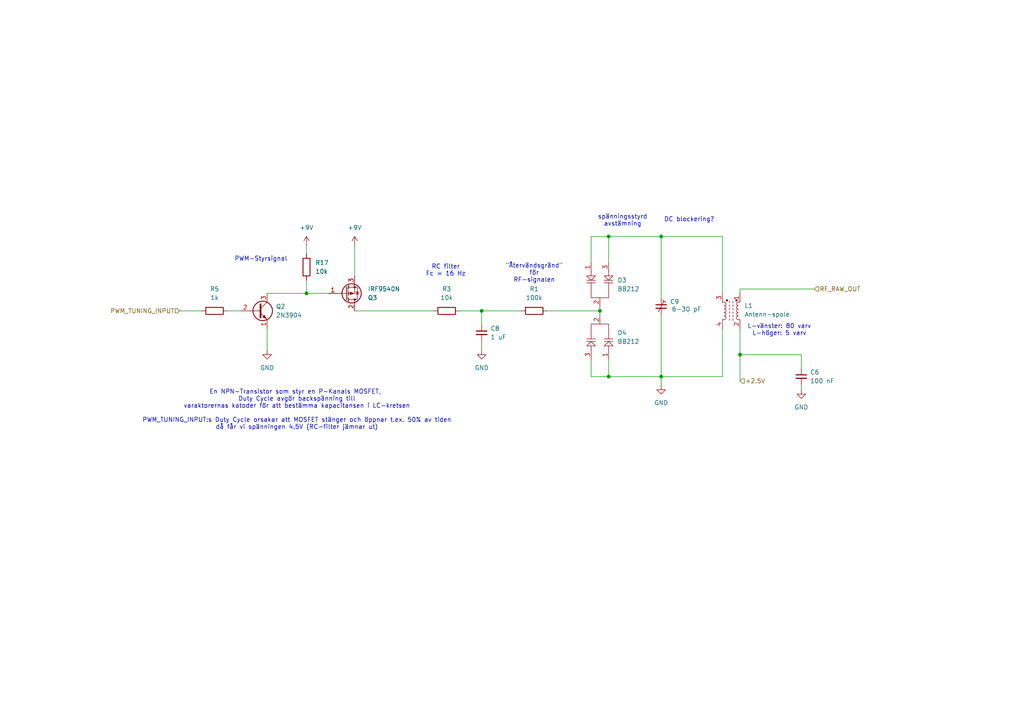
<source format=kicad_sch>
(kicad_sch
	(version 20250114)
	(generator "eeschema")
	(generator_version "9.0")
	(uuid "c4208768-b79a-4eb4-a6aa-d75642694ea1")
	(paper "A4")
	(title_block
		(title "LC Tank Circuit w/ 9V PWM tuning")
	)
	(lib_symbols
		(symbol "Device:C_Small"
			(pin_numbers
				(hide yes)
			)
			(pin_names
				(offset 0.254)
				(hide yes)
			)
			(exclude_from_sim no)
			(in_bom yes)
			(on_board yes)
			(property "Reference" "C"
				(at 0.254 1.778 0)
				(effects
					(font
						(size 1.27 1.27)
					)
					(justify left)
				)
			)
			(property "Value" "C_Small"
				(at 0.254 -2.032 0)
				(effects
					(font
						(size 1.27 1.27)
					)
					(justify left)
				)
			)
			(property "Footprint" ""
				(at 0 0 0)
				(effects
					(font
						(size 1.27 1.27)
					)
					(hide yes)
				)
			)
			(property "Datasheet" "~"
				(at 0 0 0)
				(effects
					(font
						(size 1.27 1.27)
					)
					(hide yes)
				)
			)
			(property "Description" "Unpolarized capacitor, small symbol"
				(at 0 0 0)
				(effects
					(font
						(size 1.27 1.27)
					)
					(hide yes)
				)
			)
			(property "ki_keywords" "capacitor cap"
				(at 0 0 0)
				(effects
					(font
						(size 1.27 1.27)
					)
					(hide yes)
				)
			)
			(property "ki_fp_filters" "C_*"
				(at 0 0 0)
				(effects
					(font
						(size 1.27 1.27)
					)
					(hide yes)
				)
			)
			(symbol "C_Small_0_1"
				(polyline
					(pts
						(xy -1.524 0.508) (xy 1.524 0.508)
					)
					(stroke
						(width 0.3048)
						(type default)
					)
					(fill
						(type none)
					)
				)
				(polyline
					(pts
						(xy -1.524 -0.508) (xy 1.524 -0.508)
					)
					(stroke
						(width 0.3302)
						(type default)
					)
					(fill
						(type none)
					)
				)
			)
			(symbol "C_Small_1_1"
				(pin passive line
					(at 0 2.54 270)
					(length 2.032)
					(name "~"
						(effects
							(font
								(size 1.27 1.27)
							)
						)
					)
					(number "1"
						(effects
							(font
								(size 1.27 1.27)
							)
						)
					)
				)
				(pin passive line
					(at 0 -2.54 90)
					(length 2.032)
					(name "~"
						(effects
							(font
								(size 1.27 1.27)
							)
						)
					)
					(number "2"
						(effects
							(font
								(size 1.27 1.27)
							)
						)
					)
				)
			)
			(embedded_fonts no)
		)
		(symbol "Device:C_Trim_Small"
			(pin_numbers
				(hide yes)
			)
			(pin_names
				(offset 0.254)
				(hide yes)
			)
			(exclude_from_sim no)
			(in_bom yes)
			(on_board yes)
			(property "Reference" "C"
				(at 1.524 -2.032 0)
				(effects
					(font
						(size 1.27 1.27)
					)
				)
			)
			(property "Value" "C_Trim_Small"
				(at 3.048 -3.556 0)
				(effects
					(font
						(size 1.27 1.27)
					)
				)
			)
			(property "Footprint" ""
				(at 0 0 0)
				(effects
					(font
						(size 1.27 1.27)
					)
					(hide yes)
				)
			)
			(property "Datasheet" "~"
				(at 0 0 0)
				(effects
					(font
						(size 1.27 1.27)
					)
					(hide yes)
				)
			)
			(property "Description" "Trimmable capacitor, small symbol"
				(at 0 0 0)
				(effects
					(font
						(size 1.27 1.27)
					)
					(hide yes)
				)
			)
			(property "ki_keywords" "trimmer variable capacitor"
				(at 0 0 0)
				(effects
					(font
						(size 1.27 1.27)
					)
					(hide yes)
				)
			)
			(property "ki_fp_filters" "C_*"
				(at 0 0 0)
				(effects
					(font
						(size 1.27 1.27)
					)
					(hide yes)
				)
			)
			(symbol "C_Trim_Small_0_1"
				(polyline
					(pts
						(xy -1.524 0.508) (xy 1.524 0.508)
					)
					(stroke
						(width 0.3048)
						(type default)
					)
					(fill
						(type none)
					)
				)
				(polyline
					(pts
						(xy -1.524 -0.508) (xy 1.524 -0.508)
					)
					(stroke
						(width 0.3048)
						(type default)
					)
					(fill
						(type none)
					)
				)
				(polyline
					(pts
						(xy 0.762 1.524) (xy -0.762 -1.524)
					)
					(stroke
						(width 0.1778)
						(type default)
					)
					(fill
						(type none)
					)
				)
				(polyline
					(pts
						(xy 1.27 1.27) (xy 0.381 1.778)
					)
					(stroke
						(width 0.1778)
						(type default)
					)
					(fill
						(type none)
					)
				)
			)
			(symbol "C_Trim_Small_1_1"
				(pin passive line
					(at 0 2.54 270)
					(length 2.032)
					(name "~"
						(effects
							(font
								(size 1.27 1.27)
							)
						)
					)
					(number "1"
						(effects
							(font
								(size 1.27 1.27)
							)
						)
					)
				)
				(pin passive line
					(at 0 -2.54 90)
					(length 2.032)
					(name "~"
						(effects
							(font
								(size 1.27 1.27)
							)
						)
					)
					(number "2"
						(effects
							(font
								(size 1.27 1.27)
							)
						)
					)
				)
			)
			(embedded_fonts no)
		)
		(symbol "Device:L_Ferrite_Coupled"
			(pin_names
				(offset 0.254)
				(hide yes)
			)
			(exclude_from_sim no)
			(in_bom yes)
			(on_board yes)
			(property "Reference" "L"
				(at 0 4.445 0)
				(effects
					(font
						(size 1.27 1.27)
					)
				)
			)
			(property "Value" "L_Ferrite_Coupled"
				(at 0 -4.445 0)
				(effects
					(font
						(size 1.27 1.27)
					)
				)
			)
			(property "Footprint" ""
				(at 0 0 0)
				(effects
					(font
						(size 1.27 1.27)
					)
					(hide yes)
				)
			)
			(property "Datasheet" "~"
				(at 0 0 0)
				(effects
					(font
						(size 1.27 1.27)
					)
					(hide yes)
				)
			)
			(property "Description" "Coupled inductor with ferrite core"
				(at 0 0 0)
				(effects
					(font
						(size 1.27 1.27)
					)
					(hide yes)
				)
			)
			(property "ki_keywords" "inductor choke coil reactor magnetic coupled"
				(at 0 0 0)
				(effects
					(font
						(size 1.27 1.27)
					)
					(hide yes)
				)
			)
			(property "ki_fp_filters" "Choke_* *Coil* Inductor_* L_*"
				(at 0 0 0)
				(effects
					(font
						(size 1.27 1.27)
					)
					(hide yes)
				)
			)
			(symbol "L_Ferrite_Coupled_0_1"
				(circle
					(center -3.048 1.524)
					(radius 0.254)
					(stroke
						(width 0)
						(type default)
					)
					(fill
						(type outline)
					)
				)
				(circle
					(center -3.048 -1.27)
					(radius 0.254)
					(stroke
						(width 0)
						(type default)
					)
					(fill
						(type outline)
					)
				)
				(polyline
					(pts
						(xy -2.794 0.508) (xy -2.286 0.508)
					)
					(stroke
						(width 0)
						(type default)
					)
					(fill
						(type none)
					)
				)
				(polyline
					(pts
						(xy -2.794 -0.508) (xy -2.286 -0.508)
					)
					(stroke
						(width 0)
						(type default)
					)
					(fill
						(type none)
					)
				)
				(polyline
					(pts
						(xy -2.54 2.032) (xy -2.54 2.54)
					)
					(stroke
						(width 0)
						(type default)
					)
					(fill
						(type none)
					)
				)
				(polyline
					(pts
						(xy -2.54 -2.032) (xy -2.54 -2.54)
					)
					(stroke
						(width 0)
						(type default)
					)
					(fill
						(type none)
					)
				)
				(arc
					(start -1.524 2.032)
					(mid -2.032 1.5262)
					(end -2.54 2.032)
					(stroke
						(width 0)
						(type default)
					)
					(fill
						(type none)
					)
				)
				(arc
					(start -2.54 -2.032)
					(mid -2.032 -1.5262)
					(end -1.524 -2.032)
					(stroke
						(width 0)
						(type default)
					)
					(fill
						(type none)
					)
				)
				(polyline
					(pts
						(xy -1.778 0.508) (xy -1.27 0.508)
					)
					(stroke
						(width 0)
						(type default)
					)
					(fill
						(type none)
					)
				)
				(polyline
					(pts
						(xy -1.778 -0.508) (xy -1.27 -0.508)
					)
					(stroke
						(width 0)
						(type default)
					)
					(fill
						(type none)
					)
				)
				(arc
					(start -0.508 2.032)
					(mid -1.016 1.5262)
					(end -1.524 2.032)
					(stroke
						(width 0)
						(type default)
					)
					(fill
						(type none)
					)
				)
				(arc
					(start -1.524 -2.032)
					(mid -1.016 -1.5262)
					(end -0.508 -2.032)
					(stroke
						(width 0)
						(type default)
					)
					(fill
						(type none)
					)
				)
				(polyline
					(pts
						(xy -0.762 0.508) (xy -0.254 0.508)
					)
					(stroke
						(width 0)
						(type default)
					)
					(fill
						(type none)
					)
				)
				(polyline
					(pts
						(xy -0.762 -0.508) (xy -0.254 -0.508)
					)
					(stroke
						(width 0)
						(type default)
					)
					(fill
						(type none)
					)
				)
				(arc
					(start 0.508 2.032)
					(mid 0 1.5262)
					(end -0.508 2.032)
					(stroke
						(width 0)
						(type default)
					)
					(fill
						(type none)
					)
				)
				(arc
					(start -0.508 -2.032)
					(mid 0 -1.5262)
					(end 0.508 -2.032)
					(stroke
						(width 0)
						(type default)
					)
					(fill
						(type none)
					)
				)
				(polyline
					(pts
						(xy 0.254 0.508) (xy 0.762 0.508)
					)
					(stroke
						(width 0)
						(type default)
					)
					(fill
						(type none)
					)
				)
				(polyline
					(pts
						(xy 0.254 -0.508) (xy 0.762 -0.508)
					)
					(stroke
						(width 0)
						(type default)
					)
					(fill
						(type none)
					)
				)
				(arc
					(start 1.524 2.032)
					(mid 1.016 1.5262)
					(end 0.508 2.032)
					(stroke
						(width 0)
						(type default)
					)
					(fill
						(type none)
					)
				)
				(arc
					(start 0.508 -2.032)
					(mid 1.016 -1.5262)
					(end 1.524 -2.032)
					(stroke
						(width 0)
						(type default)
					)
					(fill
						(type none)
					)
				)
				(polyline
					(pts
						(xy 1.27 0.508) (xy 1.778 0.508)
					)
					(stroke
						(width 0)
						(type default)
					)
					(fill
						(type none)
					)
				)
				(polyline
					(pts
						(xy 1.27 -0.508) (xy 1.778 -0.508)
					)
					(stroke
						(width 0)
						(type default)
					)
					(fill
						(type none)
					)
				)
				(arc
					(start 2.54 2.032)
					(mid 2.032 1.5262)
					(end 1.524 2.032)
					(stroke
						(width 0)
						(type default)
					)
					(fill
						(type none)
					)
				)
				(arc
					(start 1.524 -2.032)
					(mid 2.032 -1.5262)
					(end 2.54 -2.032)
					(stroke
						(width 0)
						(type default)
					)
					(fill
						(type none)
					)
				)
				(polyline
					(pts
						(xy 2.286 0.508) (xy 2.794 0.508)
					)
					(stroke
						(width 0)
						(type default)
					)
					(fill
						(type none)
					)
				)
				(polyline
					(pts
						(xy 2.286 -0.508) (xy 2.794 -0.508)
					)
					(stroke
						(width 0)
						(type default)
					)
					(fill
						(type none)
					)
				)
				(polyline
					(pts
						(xy 2.54 2.54) (xy 2.54 2.032)
					)
					(stroke
						(width 0)
						(type default)
					)
					(fill
						(type none)
					)
				)
				(polyline
					(pts
						(xy 2.54 -2.032) (xy 2.54 -2.54)
					)
					(stroke
						(width 0)
						(type default)
					)
					(fill
						(type none)
					)
				)
			)
			(symbol "L_Ferrite_Coupled_1_1"
				(pin passive line
					(at -5.08 2.54 0)
					(length 2.54)
					(name "1"
						(effects
							(font
								(size 1.27 1.27)
							)
						)
					)
					(number "1"
						(effects
							(font
								(size 1.27 1.27)
							)
						)
					)
				)
				(pin passive line
					(at -5.08 -2.54 0)
					(length 2.54)
					(name "3"
						(effects
							(font
								(size 1.27 1.27)
							)
						)
					)
					(number "3"
						(effects
							(font
								(size 1.27 1.27)
							)
						)
					)
				)
				(pin passive line
					(at 5.08 2.54 180)
					(length 2.54)
					(name "2"
						(effects
							(font
								(size 1.27 1.27)
							)
						)
					)
					(number "2"
						(effects
							(font
								(size 1.27 1.27)
							)
						)
					)
				)
				(pin passive line
					(at 5.08 -2.54 180)
					(length 2.54)
					(name "4"
						(effects
							(font
								(size 1.27 1.27)
							)
						)
					)
					(number "4"
						(effects
							(font
								(size 1.27 1.27)
							)
						)
					)
				)
			)
			(embedded_fonts no)
		)
		(symbol "Device:R"
			(pin_numbers
				(hide yes)
			)
			(pin_names
				(offset 0)
			)
			(exclude_from_sim no)
			(in_bom yes)
			(on_board yes)
			(property "Reference" "R"
				(at 2.032 0 90)
				(effects
					(font
						(size 1.27 1.27)
					)
				)
			)
			(property "Value" "R"
				(at 0 0 90)
				(effects
					(font
						(size 1.27 1.27)
					)
				)
			)
			(property "Footprint" ""
				(at -1.778 0 90)
				(effects
					(font
						(size 1.27 1.27)
					)
					(hide yes)
				)
			)
			(property "Datasheet" "~"
				(at 0 0 0)
				(effects
					(font
						(size 1.27 1.27)
					)
					(hide yes)
				)
			)
			(property "Description" "Resistor"
				(at 0 0 0)
				(effects
					(font
						(size 1.27 1.27)
					)
					(hide yes)
				)
			)
			(property "ki_keywords" "R res resistor"
				(at 0 0 0)
				(effects
					(font
						(size 1.27 1.27)
					)
					(hide yes)
				)
			)
			(property "ki_fp_filters" "R_*"
				(at 0 0 0)
				(effects
					(font
						(size 1.27 1.27)
					)
					(hide yes)
				)
			)
			(symbol "R_0_1"
				(rectangle
					(start -1.016 -2.54)
					(end 1.016 2.54)
					(stroke
						(width 0.254)
						(type default)
					)
					(fill
						(type none)
					)
				)
			)
			(symbol "R_1_1"
				(pin passive line
					(at 0 3.81 270)
					(length 1.27)
					(name "~"
						(effects
							(font
								(size 1.27 1.27)
							)
						)
					)
					(number "1"
						(effects
							(font
								(size 1.27 1.27)
							)
						)
					)
				)
				(pin passive line
					(at 0 -3.81 90)
					(length 1.27)
					(name "~"
						(effects
							(font
								(size 1.27 1.27)
							)
						)
					)
					(number "2"
						(effects
							(font
								(size 1.27 1.27)
							)
						)
					)
				)
			)
			(embedded_fonts no)
		)
		(symbol "Transistor_BJT:Q_NPN_EBC"
			(pin_names
				(offset 0)
				(hide yes)
			)
			(exclude_from_sim no)
			(in_bom yes)
			(on_board yes)
			(property "Reference" "Q"
				(at 5.08 1.27 0)
				(effects
					(font
						(size 1.27 1.27)
					)
					(justify left)
				)
			)
			(property "Value" "Q_NPN_EBC"
				(at 5.08 -1.27 0)
				(effects
					(font
						(size 1.27 1.27)
					)
					(justify left)
				)
			)
			(property "Footprint" ""
				(at 5.08 2.54 0)
				(effects
					(font
						(size 1.27 1.27)
					)
					(hide yes)
				)
			)
			(property "Datasheet" "~"
				(at 0 0 0)
				(effects
					(font
						(size 1.27 1.27)
					)
					(hide yes)
				)
			)
			(property "Description" "NPN transistor, emitter/base/collector"
				(at 0 0 0)
				(effects
					(font
						(size 1.27 1.27)
					)
					(hide yes)
				)
			)
			(property "ki_keywords" "BJT"
				(at 0 0 0)
				(effects
					(font
						(size 1.27 1.27)
					)
					(hide yes)
				)
			)
			(symbol "Q_NPN_EBC_0_1"
				(polyline
					(pts
						(xy -2.54 0) (xy 0.635 0)
					)
					(stroke
						(width 0)
						(type default)
					)
					(fill
						(type none)
					)
				)
				(polyline
					(pts
						(xy 0.635 1.905) (xy 0.635 -1.905)
					)
					(stroke
						(width 0.508)
						(type default)
					)
					(fill
						(type none)
					)
				)
				(circle
					(center 1.27 0)
					(radius 2.8194)
					(stroke
						(width 0.254)
						(type default)
					)
					(fill
						(type none)
					)
				)
			)
			(symbol "Q_NPN_EBC_1_1"
				(polyline
					(pts
						(xy 0.635 0.635) (xy 2.54 2.54)
					)
					(stroke
						(width 0)
						(type default)
					)
					(fill
						(type none)
					)
				)
				(polyline
					(pts
						(xy 0.635 -0.635) (xy 2.54 -2.54)
					)
					(stroke
						(width 0)
						(type default)
					)
					(fill
						(type none)
					)
				)
				(polyline
					(pts
						(xy 1.27 -1.778) (xy 1.778 -1.27) (xy 2.286 -2.286) (xy 1.27 -1.778)
					)
					(stroke
						(width 0)
						(type default)
					)
					(fill
						(type outline)
					)
				)
				(pin input line
					(at -5.08 0 0)
					(length 2.54)
					(name "B"
						(effects
							(font
								(size 1.27 1.27)
							)
						)
					)
					(number "2"
						(effects
							(font
								(size 1.27 1.27)
							)
						)
					)
				)
				(pin passive line
					(at 2.54 5.08 270)
					(length 2.54)
					(name "C"
						(effects
							(font
								(size 1.27 1.27)
							)
						)
					)
					(number "3"
						(effects
							(font
								(size 1.27 1.27)
							)
						)
					)
				)
				(pin passive line
					(at 2.54 -5.08 90)
					(length 2.54)
					(name "E"
						(effects
							(font
								(size 1.27 1.27)
							)
						)
					)
					(number "1"
						(effects
							(font
								(size 1.27 1.27)
							)
						)
					)
				)
			)
			(embedded_fonts no)
		)
		(symbol "Transistor_FET:IRF9540N"
			(pin_names
				(hide yes)
			)
			(exclude_from_sim no)
			(in_bom yes)
			(on_board yes)
			(property "Reference" "Q"
				(at 5.08 1.905 0)
				(effects
					(font
						(size 1.27 1.27)
					)
					(justify left)
				)
			)
			(property "Value" "IRF9540N"
				(at 5.08 0 0)
				(effects
					(font
						(size 1.27 1.27)
					)
					(justify left)
				)
			)
			(property "Footprint" "Package_TO_SOT_THT:TO-220-3_Vertical"
				(at 5.08 -1.905 0)
				(effects
					(font
						(size 1.27 1.27)
						(italic yes)
					)
					(justify left)
					(hide yes)
				)
			)
			(property "Datasheet" "http://www.irf.com/product-info/datasheets/data/irf9540n.pdf"
				(at 5.08 -3.81 0)
				(effects
					(font
						(size 1.27 1.27)
					)
					(justify left)
					(hide yes)
				)
			)
			(property "Description" "-23A Id, -100V Vds, 117mOhm Rds, P-Channel HEXFET Power MOSFET, TO-220"
				(at 0 0 0)
				(effects
					(font
						(size 1.27 1.27)
					)
					(hide yes)
				)
			)
			(property "ki_keywords" "P-Channel MOSFET HEXFET"
				(at 0 0 0)
				(effects
					(font
						(size 1.27 1.27)
					)
					(hide yes)
				)
			)
			(property "ki_fp_filters" "TO?220*"
				(at 0 0 0)
				(effects
					(font
						(size 1.27 1.27)
					)
					(hide yes)
				)
			)
			(symbol "IRF9540N_0_1"
				(polyline
					(pts
						(xy 0.254 1.905) (xy 0.254 -1.905)
					)
					(stroke
						(width 0.254)
						(type default)
					)
					(fill
						(type none)
					)
				)
				(polyline
					(pts
						(xy 0.254 0) (xy -2.54 0)
					)
					(stroke
						(width 0)
						(type default)
					)
					(fill
						(type none)
					)
				)
				(polyline
					(pts
						(xy 0.762 2.286) (xy 0.762 1.27)
					)
					(stroke
						(width 0.254)
						(type default)
					)
					(fill
						(type none)
					)
				)
				(polyline
					(pts
						(xy 0.762 1.778) (xy 3.302 1.778) (xy 3.302 -1.778) (xy 0.762 -1.778)
					)
					(stroke
						(width 0)
						(type default)
					)
					(fill
						(type none)
					)
				)
				(polyline
					(pts
						(xy 0.762 0.508) (xy 0.762 -0.508)
					)
					(stroke
						(width 0.254)
						(type default)
					)
					(fill
						(type none)
					)
				)
				(polyline
					(pts
						(xy 0.762 -1.27) (xy 0.762 -2.286)
					)
					(stroke
						(width 0.254)
						(type default)
					)
					(fill
						(type none)
					)
				)
				(circle
					(center 1.651 0)
					(radius 2.794)
					(stroke
						(width 0.254)
						(type default)
					)
					(fill
						(type none)
					)
				)
				(polyline
					(pts
						(xy 2.286 0) (xy 1.27 0.381) (xy 1.27 -0.381) (xy 2.286 0)
					)
					(stroke
						(width 0)
						(type default)
					)
					(fill
						(type outline)
					)
				)
				(polyline
					(pts
						(xy 2.54 2.54) (xy 2.54 1.778)
					)
					(stroke
						(width 0)
						(type default)
					)
					(fill
						(type none)
					)
				)
				(circle
					(center 2.54 1.778)
					(radius 0.254)
					(stroke
						(width 0)
						(type default)
					)
					(fill
						(type outline)
					)
				)
				(circle
					(center 2.54 -1.778)
					(radius 0.254)
					(stroke
						(width 0)
						(type default)
					)
					(fill
						(type outline)
					)
				)
				(polyline
					(pts
						(xy 2.54 -2.54) (xy 2.54 0) (xy 0.762 0)
					)
					(stroke
						(width 0)
						(type default)
					)
					(fill
						(type none)
					)
				)
				(polyline
					(pts
						(xy 2.794 -0.508) (xy 2.921 -0.381) (xy 3.683 -0.381) (xy 3.81 -0.254)
					)
					(stroke
						(width 0)
						(type default)
					)
					(fill
						(type none)
					)
				)
				(polyline
					(pts
						(xy 3.302 -0.381) (xy 2.921 0.254) (xy 3.683 0.254) (xy 3.302 -0.381)
					)
					(stroke
						(width 0)
						(type default)
					)
					(fill
						(type none)
					)
				)
			)
			(symbol "IRF9540N_1_1"
				(pin input line
					(at -5.08 0 0)
					(length 2.54)
					(name "G"
						(effects
							(font
								(size 1.27 1.27)
							)
						)
					)
					(number "1"
						(effects
							(font
								(size 1.27 1.27)
							)
						)
					)
				)
				(pin passive line
					(at 2.54 5.08 270)
					(length 2.54)
					(name "D"
						(effects
							(font
								(size 1.27 1.27)
							)
						)
					)
					(number "2"
						(effects
							(font
								(size 1.27 1.27)
							)
						)
					)
				)
				(pin passive line
					(at 2.54 -5.08 90)
					(length 2.54)
					(name "S"
						(effects
							(font
								(size 1.27 1.27)
							)
						)
					)
					(number "3"
						(effects
							(font
								(size 1.27 1.27)
							)
						)
					)
				)
			)
			(embedded_fonts no)
		)
		(symbol "power:+9V"
			(power)
			(pin_numbers
				(hide yes)
			)
			(pin_names
				(offset 0)
				(hide yes)
			)
			(exclude_from_sim no)
			(in_bom yes)
			(on_board yes)
			(property "Reference" "#PWR"
				(at 0 -3.81 0)
				(effects
					(font
						(size 1.27 1.27)
					)
					(hide yes)
				)
			)
			(property "Value" "+9V"
				(at 0 3.556 0)
				(effects
					(font
						(size 1.27 1.27)
					)
				)
			)
			(property "Footprint" ""
				(at 0 0 0)
				(effects
					(font
						(size 1.27 1.27)
					)
					(hide yes)
				)
			)
			(property "Datasheet" ""
				(at 0 0 0)
				(effects
					(font
						(size 1.27 1.27)
					)
					(hide yes)
				)
			)
			(property "Description" "Power symbol creates a global label with name \"+9V\""
				(at 0 0 0)
				(effects
					(font
						(size 1.27 1.27)
					)
					(hide yes)
				)
			)
			(property "ki_keywords" "global power"
				(at 0 0 0)
				(effects
					(font
						(size 1.27 1.27)
					)
					(hide yes)
				)
			)
			(symbol "+9V_0_1"
				(polyline
					(pts
						(xy -0.762 1.27) (xy 0 2.54)
					)
					(stroke
						(width 0)
						(type default)
					)
					(fill
						(type none)
					)
				)
				(polyline
					(pts
						(xy 0 2.54) (xy 0.762 1.27)
					)
					(stroke
						(width 0)
						(type default)
					)
					(fill
						(type none)
					)
				)
				(polyline
					(pts
						(xy 0 0) (xy 0 2.54)
					)
					(stroke
						(width 0)
						(type default)
					)
					(fill
						(type none)
					)
				)
			)
			(symbol "+9V_1_1"
				(pin power_in line
					(at 0 0 90)
					(length 0)
					(name "~"
						(effects
							(font
								(size 1.27 1.27)
							)
						)
					)
					(number "1"
						(effects
							(font
								(size 1.27 1.27)
							)
						)
					)
				)
			)
			(embedded_fonts no)
		)
		(symbol "power:GND"
			(power)
			(pin_numbers
				(hide yes)
			)
			(pin_names
				(offset 0)
				(hide yes)
			)
			(exclude_from_sim no)
			(in_bom yes)
			(on_board yes)
			(property "Reference" "#PWR"
				(at 0 -6.35 0)
				(effects
					(font
						(size 1.27 1.27)
					)
					(hide yes)
				)
			)
			(property "Value" "GND"
				(at 0 -3.81 0)
				(effects
					(font
						(size 1.27 1.27)
					)
				)
			)
			(property "Footprint" ""
				(at 0 0 0)
				(effects
					(font
						(size 1.27 1.27)
					)
					(hide yes)
				)
			)
			(property "Datasheet" ""
				(at 0 0 0)
				(effects
					(font
						(size 1.27 1.27)
					)
					(hide yes)
				)
			)
			(property "Description" "Power symbol creates a global label with name \"GND\" , ground"
				(at 0 0 0)
				(effects
					(font
						(size 1.27 1.27)
					)
					(hide yes)
				)
			)
			(property "ki_keywords" "global power"
				(at 0 0 0)
				(effects
					(font
						(size 1.27 1.27)
					)
					(hide yes)
				)
			)
			(symbol "GND_0_1"
				(polyline
					(pts
						(xy 0 0) (xy 0 -1.27) (xy 1.27 -1.27) (xy 0 -2.54) (xy -1.27 -1.27) (xy 0 -1.27)
					)
					(stroke
						(width 0)
						(type default)
					)
					(fill
						(type none)
					)
				)
			)
			(symbol "GND_1_1"
				(pin power_in line
					(at 0 0 270)
					(length 0)
					(name "~"
						(effects
							(font
								(size 1.27 1.27)
							)
						)
					)
					(number "1"
						(effects
							(font
								(size 1.27 1.27)
							)
						)
					)
				)
			)
			(embedded_fonts no)
		)
		(symbol "projekt-am:BB212"
			(exclude_from_sim no)
			(in_bom yes)
			(on_board yes)
			(property "Reference" "D"
				(at 0 7.62 0)
				(effects
					(font
						(size 1.27 1.27)
					)
				)
			)
			(property "Value" "BB212"
				(at 0 5.334 0)
				(effects
					(font
						(size 1.27 1.27)
					)
				)
			)
			(property "Footprint" ""
				(at -0.762 -1.524 0)
				(effects
					(font
						(size 1.27 1.27)
					)
					(hide yes)
				)
			)
			(property "Datasheet" ""
				(at -0.762 -1.524 0)
				(effects
					(font
						(size 1.27 1.27)
					)
					(hide yes)
				)
			)
			(property "Description" ""
				(at -0.762 -1.524 0)
				(effects
					(font
						(size 1.27 1.27)
					)
					(hide yes)
				)
			)
			(symbol "BB212_0_1"
				(polyline
					(pts
						(xy -0.762 2.54) (xy -5.08 2.54) (xy -5.08 -2.54) (xy -0.762 -2.54)
					)
					(stroke
						(width 0)
						(type default)
					)
					(fill
						(type none)
					)
				)
				(polyline
					(pts
						(xy -0.762 1.27) (xy -0.762 3.81)
					)
					(stroke
						(width 0)
						(type default)
					)
					(fill
						(type none)
					)
				)
				(polyline
					(pts
						(xy -0.762 -3.81) (xy -0.762 -1.27)
					)
					(stroke
						(width 0)
						(type default)
					)
					(fill
						(type none)
					)
				)
				(polyline
					(pts
						(xy 0 1.27) (xy 0 3.81)
					)
					(stroke
						(width 0)
						(type default)
					)
					(fill
						(type none)
					)
				)
				(polyline
					(pts
						(xy 0 -3.81) (xy 0 -1.27)
					)
					(stroke
						(width 0)
						(type default)
					)
					(fill
						(type none)
					)
				)
				(polyline
					(pts
						(xy 1.27 1.27) (xy 1.27 3.81) (xy 1.27 1.27) (xy 0 2.54) (xy 1.27 3.81) (xy 0 2.54)
					)
					(stroke
						(width 0)
						(type default)
					)
					(fill
						(type none)
					)
				)
				(polyline
					(pts
						(xy 1.27 -3.81) (xy 1.27 -1.27) (xy 1.27 -3.81) (xy 0 -2.54) (xy 1.27 -1.27) (xy 0 -2.54)
					)
					(stroke
						(width 0)
						(type default)
					)
					(fill
						(type none)
					)
				)
				(polyline
					(pts
						(xy 2.54 2.54) (xy 1.27 2.54)
					)
					(stroke
						(width 0)
						(type default)
					)
					(fill
						(type none)
					)
				)
				(polyline
					(pts
						(xy 2.54 -2.54) (xy 1.27 -2.54)
					)
					(stroke
						(width 0)
						(type default)
					)
					(fill
						(type none)
					)
				)
			)
			(symbol "BB212_1_1"
				(pin passive line
					(at -7.62 0 0)
					(length 2.54)
					(name ""
						(effects
							(font
								(size 1.27 1.27)
							)
						)
					)
					(number "2"
						(effects
							(font
								(size 1.27 1.27)
							)
						)
					)
				)
				(pin passive line
					(at 5.08 2.54 180)
					(length 2.54)
					(name ""
						(effects
							(font
								(size 1.27 1.27)
							)
						)
					)
					(number "1"
						(effects
							(font
								(size 1.27 1.27)
							)
						)
					)
				)
				(pin passive line
					(at 5.08 -2.54 180)
					(length 2.54)
					(name ""
						(effects
							(font
								(size 1.27 1.27)
							)
						)
					)
					(number "3"
						(effects
							(font
								(size 1.27 1.27)
							)
						)
					)
				)
			)
			(embedded_fonts no)
		)
	)
	(text "DC blockering?"
		(exclude_from_sim no)
		(at 199.898 63.754 0)
		(effects
			(font
				(size 1.27 1.27)
			)
		)
		(uuid "2f67f9b8-9b95-48a4-a639-8f68d61a5a8e")
	)
	(text "spänningsstyrd\navstämning"
		(exclude_from_sim no)
		(at 180.594 64.008 0)
		(effects
			(font
				(size 1.27 1.27)
			)
		)
		(uuid "40478e59-028d-4f52-9b85-a8bd4e3893b4")
	)
	(text "En NPN-Transistor som styr en P-Kanals MOSFET, \nDuty Cycle avgör backspänning till\nvaraktorernas katoder för att bestämma kapacitansen i LC-kretsen\n\nPWM_TUNING_INPUT:s Duty Cycle orsakar att MOSFET stänger och öppnar t.ex. 50% av tiden\ndå får vi spänningen 4.5V (RC-filter jämnar ut)"
		(exclude_from_sim no)
		(at 86.106 118.872 0)
		(effects
			(font
				(size 1.27 1.27)
			)
		)
		(uuid "4580d010-d567-4564-a9e5-0e115412cc5d")
	)
	(text "L-vänster: 80 varv\nL-höger: 5 varv\n"
		(exclude_from_sim no)
		(at 226.06 95.758 0)
		(effects
			(font
				(size 1.27 1.27)
			)
		)
		(uuid "84a36924-d698-4ee1-aeb6-52d540846dcd")
	)
	(text "\"Återvändsgränd\"\nför\nRF-signalen"
		(exclude_from_sim no)
		(at 154.94 79.248 0)
		(effects
			(font
				(size 1.27 1.27)
			)
		)
		(uuid "c3c77831-4aa5-4379-9dd5-d3ccb553f9af")
	)
	(text "PWM-Styrsignal"
		(exclude_from_sim no)
		(at 75.692 75.184 0)
		(effects
			(font
				(size 1.27 1.27)
			)
		)
		(uuid "d52ec7b8-e79b-4c19-88cd-e0c424994777")
	)
	(text "RC filter\nFc = 16 Hz"
		(exclude_from_sim no)
		(at 129.286 78.486 0)
		(effects
			(font
				(size 1.27 1.27)
			)
		)
		(uuid "de362653-afa9-4689-b9e2-37402be35067")
	)
	(junction
		(at 214.63 102.87)
		(diameter 0)
		(color 0 0 0 0)
		(uuid "17b9d0c4-ffb1-407a-a323-d86101da488d")
	)
	(junction
		(at 139.7 90.17)
		(diameter 0)
		(color 0 0 0 0)
		(uuid "25e6ad06-0813-4b2b-bf6c-09d4b5c8b3d3")
	)
	(junction
		(at 88.9 85.09)
		(diameter 0)
		(color 0 0 0 0)
		(uuid "36c1475f-875c-4447-a027-7f441bcba520")
	)
	(junction
		(at 191.77 109.22)
		(diameter 0)
		(color 0 0 0 0)
		(uuid "3c9cd113-0b81-4b2a-9923-99adceff9f33")
	)
	(junction
		(at 173.99 90.17)
		(diameter 0)
		(color 0 0 0 0)
		(uuid "3f336188-3d44-4a8e-9361-a7697a948317")
	)
	(junction
		(at 176.53 109.22)
		(diameter 0)
		(color 0 0 0 0)
		(uuid "93ba6611-7d94-4f50-a9c0-cd878e6b4bdd")
	)
	(junction
		(at 176.53 68.58)
		(diameter 0)
		(color 0 0 0 0)
		(uuid "954fcc2d-45de-4079-aa68-42e6968f5292")
	)
	(junction
		(at 191.77 68.58)
		(diameter 0)
		(color 0 0 0 0)
		(uuid "b895ed41-fa56-40b2-a802-11616b819331")
	)
	(wire
		(pts
			(xy 191.77 91.44) (xy 191.77 109.22)
		)
		(stroke
			(width 0)
			(type default)
		)
		(uuid "180c4cab-b9f2-4f21-a13e-d6c2d06ddd7b")
	)
	(wire
		(pts
			(xy 102.87 71.12) (xy 102.87 80.01)
		)
		(stroke
			(width 0)
			(type default)
		)
		(uuid "210bb6c4-61eb-4efd-88b1-2e85113c6771")
	)
	(wire
		(pts
			(xy 209.55 68.58) (xy 209.55 85.09)
		)
		(stroke
			(width 0)
			(type default)
		)
		(uuid "2480d0c4-0f04-434c-b57d-2d0a76366187")
	)
	(wire
		(pts
			(xy 176.53 68.58) (xy 191.77 68.58)
		)
		(stroke
			(width 0)
			(type default)
		)
		(uuid "272a7c6a-882b-4812-8915-3b723d69dc59")
	)
	(wire
		(pts
			(xy 139.7 90.17) (xy 151.13 90.17)
		)
		(stroke
			(width 0)
			(type default)
		)
		(uuid "2d400155-0d98-47b0-a779-663d914f6998")
	)
	(wire
		(pts
			(xy 176.53 68.58) (xy 176.53 76.2)
		)
		(stroke
			(width 0)
			(type default)
		)
		(uuid "34704056-afea-4448-b674-d26118792ea1")
	)
	(wire
		(pts
			(xy 171.45 104.14) (xy 171.45 109.22)
		)
		(stroke
			(width 0)
			(type default)
		)
		(uuid "399ad166-0be2-4e19-a339-143dd0e7d83e")
	)
	(wire
		(pts
			(xy 133.35 90.17) (xy 139.7 90.17)
		)
		(stroke
			(width 0)
			(type default)
		)
		(uuid "486a68be-ec26-48db-a86e-3f62c41e77f6")
	)
	(wire
		(pts
			(xy 209.55 95.25) (xy 209.55 109.22)
		)
		(stroke
			(width 0)
			(type default)
		)
		(uuid "4cad16af-414c-47c6-a74b-13816d5c4ac5")
	)
	(wire
		(pts
			(xy 214.63 102.87) (xy 214.63 110.49)
		)
		(stroke
			(width 0)
			(type default)
		)
		(uuid "5bbd9522-7993-4262-9640-119ad003d50e")
	)
	(wire
		(pts
			(xy 214.63 95.25) (xy 214.63 102.87)
		)
		(stroke
			(width 0)
			(type default)
		)
		(uuid "5d25d702-1745-475f-8916-3f8dbe199198")
	)
	(wire
		(pts
			(xy 173.99 90.17) (xy 173.99 91.44)
		)
		(stroke
			(width 0)
			(type default)
		)
		(uuid "5eb13a8d-563f-4bb7-a25d-e3a50c0bd33f")
	)
	(wire
		(pts
			(xy 191.77 68.58) (xy 209.55 68.58)
		)
		(stroke
			(width 0)
			(type default)
		)
		(uuid "62f6c90a-9e32-4c6c-af95-a26d014fed62")
	)
	(wire
		(pts
			(xy 171.45 68.58) (xy 171.45 76.2)
		)
		(stroke
			(width 0)
			(type default)
		)
		(uuid "785df16d-a40a-413c-867a-89d0678ff43e")
	)
	(wire
		(pts
			(xy 232.41 111.76) (xy 232.41 113.03)
		)
		(stroke
			(width 0)
			(type default)
		)
		(uuid "78ffcf6f-a390-4279-b027-b5e2b56ac38c")
	)
	(wire
		(pts
			(xy 139.7 90.17) (xy 139.7 93.98)
		)
		(stroke
			(width 0)
			(type default)
		)
		(uuid "7a767c5a-b0fc-4a5a-bf17-31f31006c81d")
	)
	(wire
		(pts
			(xy 88.9 85.09) (xy 95.25 85.09)
		)
		(stroke
			(width 0)
			(type default)
		)
		(uuid "7c062a27-103f-49e1-b0c5-03f65bf70340")
	)
	(wire
		(pts
			(xy 176.53 104.14) (xy 176.53 109.22)
		)
		(stroke
			(width 0)
			(type default)
		)
		(uuid "86d9268e-c44b-4ee6-a198-9290b90a8066")
	)
	(wire
		(pts
			(xy 88.9 81.28) (xy 88.9 85.09)
		)
		(stroke
			(width 0)
			(type default)
		)
		(uuid "86de4c10-e0da-4ab0-8afe-97f5cece1e90")
	)
	(wire
		(pts
			(xy 214.63 83.82) (xy 236.22 83.82)
		)
		(stroke
			(width 0)
			(type default)
		)
		(uuid "871c44b7-59c7-428b-990c-c89847dfe7a9")
	)
	(wire
		(pts
			(xy 191.77 109.22) (xy 191.77 111.76)
		)
		(stroke
			(width 0)
			(type default)
		)
		(uuid "8a8f90dd-4d09-4992-b0a1-d7ec7b66a7aa")
	)
	(wire
		(pts
			(xy 191.77 68.58) (xy 191.77 86.36)
		)
		(stroke
			(width 0)
			(type default)
		)
		(uuid "8ad7c4d8-1ca6-4312-a9c3-7ce3d5553f22")
	)
	(wire
		(pts
			(xy 232.41 102.87) (xy 214.63 102.87)
		)
		(stroke
			(width 0)
			(type default)
		)
		(uuid "8ae14dad-1cf7-4707-9720-1d5bd7a715d9")
	)
	(wire
		(pts
			(xy 139.7 99.06) (xy 139.7 101.6)
		)
		(stroke
			(width 0)
			(type default)
		)
		(uuid "99b389a9-5c89-419c-b91a-79429a1af44d")
	)
	(wire
		(pts
			(xy 77.47 95.25) (xy 77.47 101.6)
		)
		(stroke
			(width 0)
			(type default)
		)
		(uuid "b0320342-8178-4a13-ab22-924c42980941")
	)
	(wire
		(pts
			(xy 232.41 106.68) (xy 232.41 102.87)
		)
		(stroke
			(width 0)
			(type default)
		)
		(uuid "b9455c50-edf4-4f9a-adac-fa7f403ad8ab")
	)
	(wire
		(pts
			(xy 176.53 68.58) (xy 171.45 68.58)
		)
		(stroke
			(width 0)
			(type default)
		)
		(uuid "be8b42f5-4e38-443b-8c4a-ff7432d2c983")
	)
	(wire
		(pts
			(xy 173.99 88.9) (xy 173.99 90.17)
		)
		(stroke
			(width 0)
			(type default)
		)
		(uuid "d1deddc9-945e-4100-9966-f81fbf4696c5")
	)
	(wire
		(pts
			(xy 88.9 73.66) (xy 88.9 71.12)
		)
		(stroke
			(width 0)
			(type default)
		)
		(uuid "d3047e27-bd02-438d-adc1-777dd128a719")
	)
	(wire
		(pts
			(xy 158.75 90.17) (xy 173.99 90.17)
		)
		(stroke
			(width 0)
			(type default)
		)
		(uuid "d818dc26-bf22-4183-bbd5-52de01cccab1")
	)
	(wire
		(pts
			(xy 77.47 85.09) (xy 88.9 85.09)
		)
		(stroke
			(width 0)
			(type default)
		)
		(uuid "d9e4a541-ab11-4b81-a48b-dfa40254eb97")
	)
	(wire
		(pts
			(xy 52.07 90.17) (xy 58.42 90.17)
		)
		(stroke
			(width 0)
			(type default)
		)
		(uuid "dc26bcb3-0b58-4755-ae78-deeeaf90f541")
	)
	(wire
		(pts
			(xy 176.53 109.22) (xy 171.45 109.22)
		)
		(stroke
			(width 0)
			(type default)
		)
		(uuid "dd7e8462-729f-4e82-8f5c-6f14fefb3a2e")
	)
	(wire
		(pts
			(xy 176.53 109.22) (xy 191.77 109.22)
		)
		(stroke
			(width 0)
			(type default)
		)
		(uuid "e6f6ac6b-b6b7-46bc-85f8-3f8832a08a82")
	)
	(wire
		(pts
			(xy 191.77 109.22) (xy 209.55 109.22)
		)
		(stroke
			(width 0)
			(type default)
		)
		(uuid "e9df5e9e-11f1-47bf-81b3-5f934f9b9e55")
	)
	(wire
		(pts
			(xy 214.63 85.09) (xy 214.63 83.82)
		)
		(stroke
			(width 0)
			(type default)
		)
		(uuid "ef241861-4806-49a6-96f0-88e3dd7f2aad")
	)
	(wire
		(pts
			(xy 102.87 90.17) (xy 125.73 90.17)
		)
		(stroke
			(width 0)
			(type default)
		)
		(uuid "f42f2508-ac67-4e6c-9b92-df0b3082898b")
	)
	(wire
		(pts
			(xy 66.04 90.17) (xy 69.85 90.17)
		)
		(stroke
			(width 0)
			(type default)
		)
		(uuid "f9f55d77-e930-49ee-8e4b-4a927af4bf15")
	)
	(hierarchical_label "RF_RAW_OUT"
		(shape input)
		(at 236.22 83.82 0)
		(effects
			(font
				(size 1.27 1.27)
			)
			(justify left)
		)
		(uuid "3f51632f-ea75-403f-8ce7-cd94e4e78524")
	)
	(hierarchical_label "PWM_TUNING_INPUT"
		(shape input)
		(at 52.07 90.17 180)
		(effects
			(font
				(size 1.27 1.27)
			)
			(justify right)
		)
		(uuid "4c3cf7ff-b773-4a37-96f8-5b6a7aa0a655")
	)
	(hierarchical_label "+2.5V"
		(shape input)
		(at 214.63 110.49 0)
		(effects
			(font
				(size 1.27 1.27)
			)
			(justify left)
		)
		(uuid "edda4f70-4392-4bcc-9e8c-ffeff1e9ace7")
	)
	(symbol
		(lib_id "Device:C_Small")
		(at 232.41 109.22 0)
		(unit 1)
		(exclude_from_sim no)
		(in_bom yes)
		(on_board yes)
		(dnp no)
		(fields_autoplaced yes)
		(uuid "1df963fb-49b4-4589-a55b-f2cb92e75930")
		(property "Reference" "C6"
			(at 234.95 107.9562 0)
			(effects
				(font
					(size 1.27 1.27)
				)
				(justify left)
			)
		)
		(property "Value" "100 nF"
			(at 234.95 110.4962 0)
			(effects
				(font
					(size 1.27 1.27)
				)
				(justify left)
			)
		)
		(property "Footprint" ""
			(at 232.41 109.22 0)
			(effects
				(font
					(size 1.27 1.27)
				)
				(hide yes)
			)
		)
		(property "Datasheet" "~"
			(at 232.41 109.22 0)
			(effects
				(font
					(size 1.27 1.27)
				)
				(hide yes)
			)
		)
		(property "Description" "Unpolarized capacitor, small symbol"
			(at 232.41 109.22 0)
			(effects
				(font
					(size 1.27 1.27)
				)
				(hide yes)
			)
		)
		(pin "1"
			(uuid "c5cb4ee5-de1d-4644-93d2-45a4855becd8")
		)
		(pin "2"
			(uuid "ae6eaa04-3e51-46c7-886f-c1819021bb93")
		)
		(instances
			(project ""
				(path "/7df00c60-b27b-47e9-9d2f-0d6aec1b4a33/c6fe5e6b-29cd-4e37-8519-ecce5d615ac4"
					(reference "C6")
					(unit 1)
				)
			)
		)
	)
	(symbol
		(lib_id "Transistor_BJT:Q_NPN_EBC")
		(at 74.93 90.17 0)
		(unit 1)
		(exclude_from_sim no)
		(in_bom yes)
		(on_board yes)
		(dnp no)
		(uuid "26c5c529-513e-4c5e-b9b0-5c986cd775b5")
		(property "Reference" "Q2"
			(at 80.01 88.8999 0)
			(effects
				(font
					(size 1.27 1.27)
				)
				(justify left)
			)
		)
		(property "Value" "2N3904"
			(at 80.01 91.4399 0)
			(effects
				(font
					(size 1.27 1.27)
				)
				(justify left)
			)
		)
		(property "Footprint" ""
			(at 80.01 87.63 0)
			(effects
				(font
					(size 1.27 1.27)
				)
				(hide yes)
			)
		)
		(property "Datasheet" "~"
			(at 74.93 90.17 0)
			(effects
				(font
					(size 1.27 1.27)
				)
				(hide yes)
			)
		)
		(property "Description" "NPN transistor, emitter/base/collector"
			(at 74.93 90.17 0)
			(effects
				(font
					(size 1.27 1.27)
				)
				(hide yes)
			)
		)
		(pin "3"
			(uuid "cf7c53c4-7b91-469f-83a5-ccbac95b0249")
		)
		(pin "1"
			(uuid "d266f29d-db01-415f-a996-d913a0814d8a")
		)
		(pin "2"
			(uuid "1fb8a574-7bbd-4443-9977-4a4fb38652ba")
		)
		(instances
			(project ""
				(path "/7df00c60-b27b-47e9-9d2f-0d6aec1b4a33/c6fe5e6b-29cd-4e37-8519-ecce5d615ac4"
					(reference "Q2")
					(unit 1)
				)
			)
		)
	)
	(symbol
		(lib_id "Device:R")
		(at 129.54 90.17 90)
		(unit 1)
		(exclude_from_sim no)
		(in_bom yes)
		(on_board yes)
		(dnp no)
		(fields_autoplaced yes)
		(uuid "2804f808-4af7-407a-b01d-4781fa5d8d4d")
		(property "Reference" "R3"
			(at 129.54 83.82 90)
			(effects
				(font
					(size 1.27 1.27)
				)
			)
		)
		(property "Value" "10k"
			(at 129.54 86.36 90)
			(effects
				(font
					(size 1.27 1.27)
				)
			)
		)
		(property "Footprint" ""
			(at 129.54 91.948 90)
			(effects
				(font
					(size 1.27 1.27)
				)
				(hide yes)
			)
		)
		(property "Datasheet" "~"
			(at 129.54 90.17 0)
			(effects
				(font
					(size 1.27 1.27)
				)
				(hide yes)
			)
		)
		(property "Description" "Resistor"
			(at 129.54 90.17 0)
			(effects
				(font
					(size 1.27 1.27)
				)
				(hide yes)
			)
		)
		(pin "1"
			(uuid "d3c1b9a3-94ac-4905-a723-66bf70e99338")
		)
		(pin "2"
			(uuid "ac6e66a4-7507-4e9f-a285-8aac64ff2672")
		)
		(instances
			(project ""
				(path "/7df00c60-b27b-47e9-9d2f-0d6aec1b4a33/c6fe5e6b-29cd-4e37-8519-ecce5d615ac4"
					(reference "R3")
					(unit 1)
				)
			)
		)
	)
	(symbol
		(lib_id "Device:R")
		(at 154.94 90.17 270)
		(unit 1)
		(exclude_from_sim no)
		(in_bom yes)
		(on_board yes)
		(dnp no)
		(fields_autoplaced yes)
		(uuid "36b09d0b-e7a5-4d8a-ab4d-7a66c4873c33")
		(property "Reference" "R1"
			(at 154.94 83.82 90)
			(effects
				(font
					(size 1.27 1.27)
				)
			)
		)
		(property "Value" "100k"
			(at 154.94 86.36 90)
			(effects
				(font
					(size 1.27 1.27)
				)
			)
		)
		(property "Footprint" ""
			(at 154.94 88.392 90)
			(effects
				(font
					(size 1.27 1.27)
				)
				(hide yes)
			)
		)
		(property "Datasheet" "~"
			(at 154.94 90.17 0)
			(effects
				(font
					(size 1.27 1.27)
				)
				(hide yes)
			)
		)
		(property "Description" "Resistor"
			(at 154.94 90.17 0)
			(effects
				(font
					(size 1.27 1.27)
				)
				(hide yes)
			)
		)
		(pin "1"
			(uuid "27cf31a3-997e-4d59-8f57-1ffa68c0871e")
		)
		(pin "2"
			(uuid "d04d3c0e-c9ce-4159-b3dc-c03116119e6d")
		)
		(instances
			(project ""
				(path "/7df00c60-b27b-47e9-9d2f-0d6aec1b4a33/c6fe5e6b-29cd-4e37-8519-ecce5d615ac4"
					(reference "R1")
					(unit 1)
				)
			)
		)
	)
	(symbol
		(lib_id "power:GND")
		(at 232.41 113.03 0)
		(unit 1)
		(exclude_from_sim no)
		(in_bom yes)
		(on_board yes)
		(dnp no)
		(fields_autoplaced yes)
		(uuid "37eceba0-07cc-47c4-8072-2084e54a2ead")
		(property "Reference" "#PWR09"
			(at 232.41 119.38 0)
			(effects
				(font
					(size 1.27 1.27)
				)
				(hide yes)
			)
		)
		(property "Value" "GND"
			(at 232.41 118.11 0)
			(effects
				(font
					(size 1.27 1.27)
				)
			)
		)
		(property "Footprint" ""
			(at 232.41 113.03 0)
			(effects
				(font
					(size 1.27 1.27)
				)
				(hide yes)
			)
		)
		(property "Datasheet" ""
			(at 232.41 113.03 0)
			(effects
				(font
					(size 1.27 1.27)
				)
				(hide yes)
			)
		)
		(property "Description" "Power symbol creates a global label with name \"GND\" , ground"
			(at 232.41 113.03 0)
			(effects
				(font
					(size 1.27 1.27)
				)
				(hide yes)
			)
		)
		(pin "1"
			(uuid "cd3ff32b-88e2-45ca-9228-2194c6b21463")
		)
		(instances
			(project ""
				(path "/7df00c60-b27b-47e9-9d2f-0d6aec1b4a33/c6fe5e6b-29cd-4e37-8519-ecce5d615ac4"
					(reference "#PWR09")
					(unit 1)
				)
			)
		)
	)
	(symbol
		(lib_id "projekt-am:BB212")
		(at 173.99 81.28 90)
		(unit 1)
		(exclude_from_sim no)
		(in_bom yes)
		(on_board yes)
		(dnp no)
		(fields_autoplaced yes)
		(uuid "423f7209-5390-4f5e-a8b5-35241b2027ca")
		(property "Reference" "D3"
			(at 179.07 81.2799 90)
			(effects
				(font
					(size 1.27 1.27)
				)
				(justify right)
			)
		)
		(property "Value" "BB212"
			(at 179.07 83.8199 90)
			(effects
				(font
					(size 1.27 1.27)
				)
				(justify right)
			)
		)
		(property "Footprint" ""
			(at 175.514 82.042 0)
			(effects
				(font
					(size 1.27 1.27)
				)
				(hide yes)
			)
		)
		(property "Datasheet" ""
			(at 175.514 82.042 0)
			(effects
				(font
					(size 1.27 1.27)
				)
				(hide yes)
			)
		)
		(property "Description" ""
			(at 175.514 82.042 0)
			(effects
				(font
					(size 1.27 1.27)
				)
				(hide yes)
			)
		)
		(pin "2"
			(uuid "b3650500-6439-45d4-8611-86ec9ff13578")
		)
		(pin "3"
			(uuid "0210b134-d3cc-45e2-954d-b0261c6739f3")
		)
		(pin "1"
			(uuid "05685dcc-63e9-40ce-87db-4a30da5dbbfd")
		)
		(instances
			(project ""
				(path "/7df00c60-b27b-47e9-9d2f-0d6aec1b4a33/c6fe5e6b-29cd-4e37-8519-ecce5d615ac4"
					(reference "D3")
					(unit 1)
				)
			)
		)
	)
	(symbol
		(lib_id "Device:C_Trim_Small")
		(at 191.77 88.9 0)
		(unit 1)
		(exclude_from_sim no)
		(in_bom yes)
		(on_board yes)
		(dnp no)
		(uuid "648cef94-cfc5-4ca3-84ef-8c4c29fb1dd9")
		(property "Reference" "C9"
			(at 194.31 87.5029 0)
			(effects
				(font
					(size 1.27 1.27)
				)
				(justify left)
			)
		)
		(property "Value" "6-30 pF"
			(at 194.818 89.662 0)
			(effects
				(font
					(size 1.27 1.27)
				)
				(justify left)
			)
		)
		(property "Footprint" ""
			(at 191.77 88.9 0)
			(effects
				(font
					(size 1.27 1.27)
				)
				(hide yes)
			)
		)
		(property "Datasheet" "~"
			(at 191.77 88.9 0)
			(effects
				(font
					(size 1.27 1.27)
				)
				(hide yes)
			)
		)
		(property "Description" "Trimmable capacitor, small symbol"
			(at 191.77 88.9 0)
			(effects
				(font
					(size 1.27 1.27)
				)
				(hide yes)
			)
		)
		(pin "2"
			(uuid "485b588c-889f-49c5-a262-56997a66fcf3")
		)
		(pin "1"
			(uuid "9c39ef10-d4ec-4e36-bd01-5c545824768c")
		)
		(instances
			(project ""
				(path "/7df00c60-b27b-47e9-9d2f-0d6aec1b4a33/c6fe5e6b-29cd-4e37-8519-ecce5d615ac4"
					(reference "C9")
					(unit 1)
				)
			)
		)
	)
	(symbol
		(lib_id "power:GND")
		(at 77.47 101.6 0)
		(unit 1)
		(exclude_from_sim no)
		(in_bom yes)
		(on_board yes)
		(dnp no)
		(fields_autoplaced yes)
		(uuid "771fd697-a42a-4b53-a603-22eed2e3f261")
		(property "Reference" "#PWR017"
			(at 77.47 107.95 0)
			(effects
				(font
					(size 1.27 1.27)
				)
				(hide yes)
			)
		)
		(property "Value" "GND"
			(at 77.47 106.68 0)
			(effects
				(font
					(size 1.27 1.27)
				)
			)
		)
		(property "Footprint" ""
			(at 77.47 101.6 0)
			(effects
				(font
					(size 1.27 1.27)
				)
				(hide yes)
			)
		)
		(property "Datasheet" ""
			(at 77.47 101.6 0)
			(effects
				(font
					(size 1.27 1.27)
				)
				(hide yes)
			)
		)
		(property "Description" "Power symbol creates a global label with name \"GND\" , ground"
			(at 77.47 101.6 0)
			(effects
				(font
					(size 1.27 1.27)
				)
				(hide yes)
			)
		)
		(pin "1"
			(uuid "b6cf8512-4c6a-4cb3-8d1d-2e2c58b48582")
		)
		(instances
			(project ""
				(path "/7df00c60-b27b-47e9-9d2f-0d6aec1b4a33/c6fe5e6b-29cd-4e37-8519-ecce5d615ac4"
					(reference "#PWR017")
					(unit 1)
				)
			)
		)
	)
	(symbol
		(lib_id "projekt-am:BB212")
		(at 173.99 99.06 270)
		(unit 1)
		(exclude_from_sim no)
		(in_bom yes)
		(on_board yes)
		(dnp no)
		(fields_autoplaced yes)
		(uuid "9dbe6089-9345-46a3-9813-224c5a0667f0")
		(property "Reference" "D4"
			(at 179.07 96.5199 90)
			(effects
				(font
					(size 1.27 1.27)
				)
				(justify left)
			)
		)
		(property "Value" "BB212"
			(at 179.07 99.0599 90)
			(effects
				(font
					(size 1.27 1.27)
				)
				(justify left)
			)
		)
		(property "Footprint" ""
			(at 172.466 98.298 0)
			(effects
				(font
					(size 1.27 1.27)
				)
				(hide yes)
			)
		)
		(property "Datasheet" ""
			(at 172.466 98.298 0)
			(effects
				(font
					(size 1.27 1.27)
				)
				(hide yes)
			)
		)
		(property "Description" ""
			(at 172.466 98.298 0)
			(effects
				(font
					(size 1.27 1.27)
				)
				(hide yes)
			)
		)
		(pin "2"
			(uuid "b3650500-6439-45d4-8611-86ec9ff13579")
		)
		(pin "3"
			(uuid "0210b134-d3cc-45e2-954d-b0261c6739f4")
		)
		(pin "1"
			(uuid "05685dcc-63e9-40ce-87db-4a30da5dbbfe")
		)
		(instances
			(project ""
				(path "/7df00c60-b27b-47e9-9d2f-0d6aec1b4a33/c6fe5e6b-29cd-4e37-8519-ecce5d615ac4"
					(reference "D4")
					(unit 1)
				)
			)
		)
	)
	(symbol
		(lib_id "Device:L_Ferrite_Coupled")
		(at 212.09 90.17 270)
		(unit 1)
		(exclude_from_sim no)
		(in_bom yes)
		(on_board yes)
		(dnp no)
		(fields_autoplaced yes)
		(uuid "a40860aa-9945-4704-95e5-b2ea1869e32b")
		(property "Reference" "L1"
			(at 215.9 88.6459 90)
			(effects
				(font
					(size 1.27 1.27)
				)
				(justify left)
			)
		)
		(property "Value" "Antenn-spole"
			(at 215.9 91.1859 90)
			(effects
				(font
					(size 1.27 1.27)
				)
				(justify left)
			)
		)
		(property "Footprint" ""
			(at 212.09 90.17 0)
			(effects
				(font
					(size 1.27 1.27)
				)
				(hide yes)
			)
		)
		(property "Datasheet" "~"
			(at 212.09 90.17 0)
			(effects
				(font
					(size 1.27 1.27)
				)
				(hide yes)
			)
		)
		(property "Description" "Coupled inductor with ferrite core"
			(at 212.09 90.17 0)
			(effects
				(font
					(size 1.27 1.27)
				)
				(hide yes)
			)
		)
		(pin "2"
			(uuid "360950ec-4b4e-4ff1-ac4a-ac135b259243")
		)
		(pin "1"
			(uuid "5717d906-5711-458f-a291-bf8c7d7600e9")
		)
		(pin "3"
			(uuid "801ff8be-c20c-4768-b7ff-83820ba98337")
		)
		(pin "4"
			(uuid "fb34ddcd-eeaf-421e-bc7d-23cbb8703bc8")
		)
		(instances
			(project ""
				(path "/7df00c60-b27b-47e9-9d2f-0d6aec1b4a33/c6fe5e6b-29cd-4e37-8519-ecce5d615ac4"
					(reference "L1")
					(unit 1)
				)
			)
		)
	)
	(symbol
		(lib_id "Device:R")
		(at 62.23 90.17 90)
		(unit 1)
		(exclude_from_sim no)
		(in_bom yes)
		(on_board yes)
		(dnp no)
		(fields_autoplaced yes)
		(uuid "a5c9180d-e110-4bd7-a85c-649cba81e91b")
		(property "Reference" "R5"
			(at 62.23 83.82 90)
			(effects
				(font
					(size 1.27 1.27)
				)
			)
		)
		(property "Value" "1k"
			(at 62.23 86.36 90)
			(effects
				(font
					(size 1.27 1.27)
				)
			)
		)
		(property "Footprint" ""
			(at 62.23 91.948 90)
			(effects
				(font
					(size 1.27 1.27)
				)
				(hide yes)
			)
		)
		(property "Datasheet" "~"
			(at 62.23 90.17 0)
			(effects
				(font
					(size 1.27 1.27)
				)
				(hide yes)
			)
		)
		(property "Description" "Resistor"
			(at 62.23 90.17 0)
			(effects
				(font
					(size 1.27 1.27)
				)
				(hide yes)
			)
		)
		(pin "2"
			(uuid "7cd4946c-d9ad-407c-b7a4-30e3bdf30987")
		)
		(pin "1"
			(uuid "3b476d70-e91b-4109-8522-37c1391b6db2")
		)
		(instances
			(project ""
				(path "/7df00c60-b27b-47e9-9d2f-0d6aec1b4a33/c6fe5e6b-29cd-4e37-8519-ecce5d615ac4"
					(reference "R5")
					(unit 1)
				)
			)
		)
	)
	(symbol
		(lib_id "Transistor_FET:IRF9540N")
		(at 100.33 85.09 0)
		(mirror x)
		(unit 1)
		(exclude_from_sim no)
		(in_bom yes)
		(on_board yes)
		(dnp no)
		(uuid "a7bba6c2-5acc-4eea-ba48-02cc703df6a6")
		(property "Reference" "Q3"
			(at 106.68 86.3601 0)
			(effects
				(font
					(size 1.27 1.27)
				)
				(justify left)
			)
		)
		(property "Value" "IRF9540N"
			(at 106.68 83.8201 0)
			(effects
				(font
					(size 1.27 1.27)
				)
				(justify left)
			)
		)
		(property "Footprint" "Package_TO_SOT_THT:TO-220-3_Vertical"
			(at 105.41 83.185 0)
			(effects
				(font
					(size 1.27 1.27)
					(italic yes)
				)
				(justify left)
				(hide yes)
			)
		)
		(property "Datasheet" "http://www.irf.com/product-info/datasheets/data/irf9540n.pdf"
			(at 105.41 81.28 0)
			(effects
				(font
					(size 1.27 1.27)
				)
				(justify left)
				(hide yes)
			)
		)
		(property "Description" "-23A Id, -100V Vds, 117mOhm Rds, P-Channel HEXFET Power MOSFET, TO-220"
			(at 100.33 85.09 0)
			(effects
				(font
					(size 1.27 1.27)
				)
				(hide yes)
			)
		)
		(pin "3"
			(uuid "b14ac10b-5aa1-402e-886c-43b0d7a9137a")
		)
		(pin "2"
			(uuid "1f8415e7-225e-46d8-a83c-3a0c83de5550")
		)
		(pin "1"
			(uuid "66850553-c564-4259-aa9f-aba0e1ed612b")
		)
		(instances
			(project ""
				(path "/7df00c60-b27b-47e9-9d2f-0d6aec1b4a33/c6fe5e6b-29cd-4e37-8519-ecce5d615ac4"
					(reference "Q3")
					(unit 1)
				)
			)
		)
	)
	(symbol
		(lib_id "Device:R")
		(at 88.9 77.47 0)
		(unit 1)
		(exclude_from_sim no)
		(in_bom yes)
		(on_board yes)
		(dnp no)
		(fields_autoplaced yes)
		(uuid "c2970e5f-450f-4126-95f1-b3460e8f3036")
		(property "Reference" "R17"
			(at 91.44 76.1999 0)
			(effects
				(font
					(size 1.27 1.27)
				)
				(justify left)
			)
		)
		(property "Value" "10k"
			(at 91.44 78.7399 0)
			(effects
				(font
					(size 1.27 1.27)
				)
				(justify left)
			)
		)
		(property "Footprint" ""
			(at 87.122 77.47 90)
			(effects
				(font
					(size 1.27 1.27)
				)
				(hide yes)
			)
		)
		(property "Datasheet" "~"
			(at 88.9 77.47 0)
			(effects
				(font
					(size 1.27 1.27)
				)
				(hide yes)
			)
		)
		(property "Description" "Resistor"
			(at 88.9 77.47 0)
			(effects
				(font
					(size 1.27 1.27)
				)
				(hide yes)
			)
		)
		(pin "1"
			(uuid "3a260344-151b-4228-94e2-12b7842dd037")
		)
		(pin "2"
			(uuid "caa89fac-58d1-4221-b44c-3cf774a59257")
		)
		(instances
			(project ""
				(path "/7df00c60-b27b-47e9-9d2f-0d6aec1b4a33/c6fe5e6b-29cd-4e37-8519-ecce5d615ac4"
					(reference "R17")
					(unit 1)
				)
			)
		)
	)
	(symbol
		(lib_id "power:GND")
		(at 139.7 101.6 0)
		(unit 1)
		(exclude_from_sim no)
		(in_bom yes)
		(on_board yes)
		(dnp no)
		(fields_autoplaced yes)
		(uuid "c6d0dbf6-168b-4084-a21d-b896330f2c3c")
		(property "Reference" "#PWR05"
			(at 139.7 107.95 0)
			(effects
				(font
					(size 1.27 1.27)
				)
				(hide yes)
			)
		)
		(property "Value" "GND"
			(at 139.7 106.68 0)
			(effects
				(font
					(size 1.27 1.27)
				)
			)
		)
		(property "Footprint" ""
			(at 139.7 101.6 0)
			(effects
				(font
					(size 1.27 1.27)
				)
				(hide yes)
			)
		)
		(property "Datasheet" ""
			(at 139.7 101.6 0)
			(effects
				(font
					(size 1.27 1.27)
				)
				(hide yes)
			)
		)
		(property "Description" "Power symbol creates a global label with name \"GND\" , ground"
			(at 139.7 101.6 0)
			(effects
				(font
					(size 1.27 1.27)
				)
				(hide yes)
			)
		)
		(pin "1"
			(uuid "dd4ee7d9-676b-4684-bd02-1043a3ca2edd")
		)
		(instances
			(project ""
				(path "/7df00c60-b27b-47e9-9d2f-0d6aec1b4a33/c6fe5e6b-29cd-4e37-8519-ecce5d615ac4"
					(reference "#PWR05")
					(unit 1)
				)
			)
		)
	)
	(symbol
		(lib_id "power:GND")
		(at 191.77 111.76 0)
		(unit 1)
		(exclude_from_sim no)
		(in_bom yes)
		(on_board yes)
		(dnp no)
		(fields_autoplaced yes)
		(uuid "cbb2f2dc-d3c6-4b05-8f24-d37358a96c2c")
		(property "Reference" "#PWR03"
			(at 191.77 118.11 0)
			(effects
				(font
					(size 1.27 1.27)
				)
				(hide yes)
			)
		)
		(property "Value" "GND"
			(at 191.77 116.84 0)
			(effects
				(font
					(size 1.27 1.27)
				)
			)
		)
		(property "Footprint" ""
			(at 191.77 111.76 0)
			(effects
				(font
					(size 1.27 1.27)
				)
				(hide yes)
			)
		)
		(property "Datasheet" ""
			(at 191.77 111.76 0)
			(effects
				(font
					(size 1.27 1.27)
				)
				(hide yes)
			)
		)
		(property "Description" "Power symbol creates a global label with name \"GND\" , ground"
			(at 191.77 111.76 0)
			(effects
				(font
					(size 1.27 1.27)
				)
				(hide yes)
			)
		)
		(pin "1"
			(uuid "eb4a4606-7ab5-4f9f-8503-e60a4abade27")
		)
		(instances
			(project ""
				(path "/7df00c60-b27b-47e9-9d2f-0d6aec1b4a33/c6fe5e6b-29cd-4e37-8519-ecce5d615ac4"
					(reference "#PWR03")
					(unit 1)
				)
			)
		)
	)
	(symbol
		(lib_id "power:+9V")
		(at 88.9 71.12 0)
		(unit 1)
		(exclude_from_sim no)
		(in_bom yes)
		(on_board yes)
		(dnp no)
		(uuid "e101e5fe-d174-44ae-bc9d-39893c9f428a")
		(property "Reference" "#PWR016"
			(at 88.9 74.93 0)
			(effects
				(font
					(size 1.27 1.27)
				)
				(hide yes)
			)
		)
		(property "Value" "+9V"
			(at 88.9 66.04 0)
			(effects
				(font
					(size 1.27 1.27)
				)
			)
		)
		(property "Footprint" ""
			(at 88.9 71.12 0)
			(effects
				(font
					(size 1.27 1.27)
				)
				(hide yes)
			)
		)
		(property "Datasheet" ""
			(at 88.9 71.12 0)
			(effects
				(font
					(size 1.27 1.27)
				)
				(hide yes)
			)
		)
		(property "Description" "Power symbol creates a global label with name \"+9V\""
			(at 88.9 71.12 0)
			(effects
				(font
					(size 1.27 1.27)
				)
				(hide yes)
			)
		)
		(pin "1"
			(uuid "0b7f8e95-904d-43f9-a890-b7242c55804b")
		)
		(instances
			(project ""
				(path "/7df00c60-b27b-47e9-9d2f-0d6aec1b4a33/c6fe5e6b-29cd-4e37-8519-ecce5d615ac4"
					(reference "#PWR016")
					(unit 1)
				)
			)
		)
	)
	(symbol
		(lib_id "Device:C_Small")
		(at 139.7 96.52 0)
		(unit 1)
		(exclude_from_sim no)
		(in_bom yes)
		(on_board yes)
		(dnp no)
		(fields_autoplaced yes)
		(uuid "e90304ac-3594-4d83-84bd-455399e233a1")
		(property "Reference" "C8"
			(at 142.24 95.2562 0)
			(effects
				(font
					(size 1.27 1.27)
				)
				(justify left)
			)
		)
		(property "Value" "1 uF"
			(at 142.24 97.7962 0)
			(effects
				(font
					(size 1.27 1.27)
				)
				(justify left)
			)
		)
		(property "Footprint" ""
			(at 139.7 96.52 0)
			(effects
				(font
					(size 1.27 1.27)
				)
				(hide yes)
			)
		)
		(property "Datasheet" "~"
			(at 139.7 96.52 0)
			(effects
				(font
					(size 1.27 1.27)
				)
				(hide yes)
			)
		)
		(property "Description" "Unpolarized capacitor, small symbol"
			(at 139.7 96.52 0)
			(effects
				(font
					(size 1.27 1.27)
				)
				(hide yes)
			)
		)
		(pin "2"
			(uuid "b2580dbd-cc15-4605-8472-62ea9466c33c")
		)
		(pin "1"
			(uuid "49f015ba-384a-4fe3-aee1-90e6bbfef9db")
		)
		(instances
			(project ""
				(path "/7df00c60-b27b-47e9-9d2f-0d6aec1b4a33/c6fe5e6b-29cd-4e37-8519-ecce5d615ac4"
					(reference "C8")
					(unit 1)
				)
			)
		)
	)
	(symbol
		(lib_id "power:+9V")
		(at 102.87 71.12 0)
		(unit 1)
		(exclude_from_sim no)
		(in_bom yes)
		(on_board yes)
		(dnp no)
		(uuid "f311870e-28e2-4371-9b8f-1527f5e47ff2")
		(property "Reference" "#PWR06"
			(at 102.87 74.93 0)
			(effects
				(font
					(size 1.27 1.27)
				)
				(hide yes)
			)
		)
		(property "Value" "+9V"
			(at 102.87 66.04 0)
			(effects
				(font
					(size 1.27 1.27)
				)
			)
		)
		(property "Footprint" ""
			(at 102.87 71.12 0)
			(effects
				(font
					(size 1.27 1.27)
				)
				(hide yes)
			)
		)
		(property "Datasheet" ""
			(at 102.87 71.12 0)
			(effects
				(font
					(size 1.27 1.27)
				)
				(hide yes)
			)
		)
		(property "Description" "Power symbol creates a global label with name \"+9V\""
			(at 102.87 71.12 0)
			(effects
				(font
					(size 1.27 1.27)
				)
				(hide yes)
			)
		)
		(pin "1"
			(uuid "219b8c27-7f0a-464c-8918-d3199d3463cc")
		)
		(instances
			(project "projekt-am"
				(path "/7df00c60-b27b-47e9-9d2f-0d6aec1b4a33/c6fe5e6b-29cd-4e37-8519-ecce5d615ac4"
					(reference "#PWR06")
					(unit 1)
				)
			)
		)
	)
)

</source>
